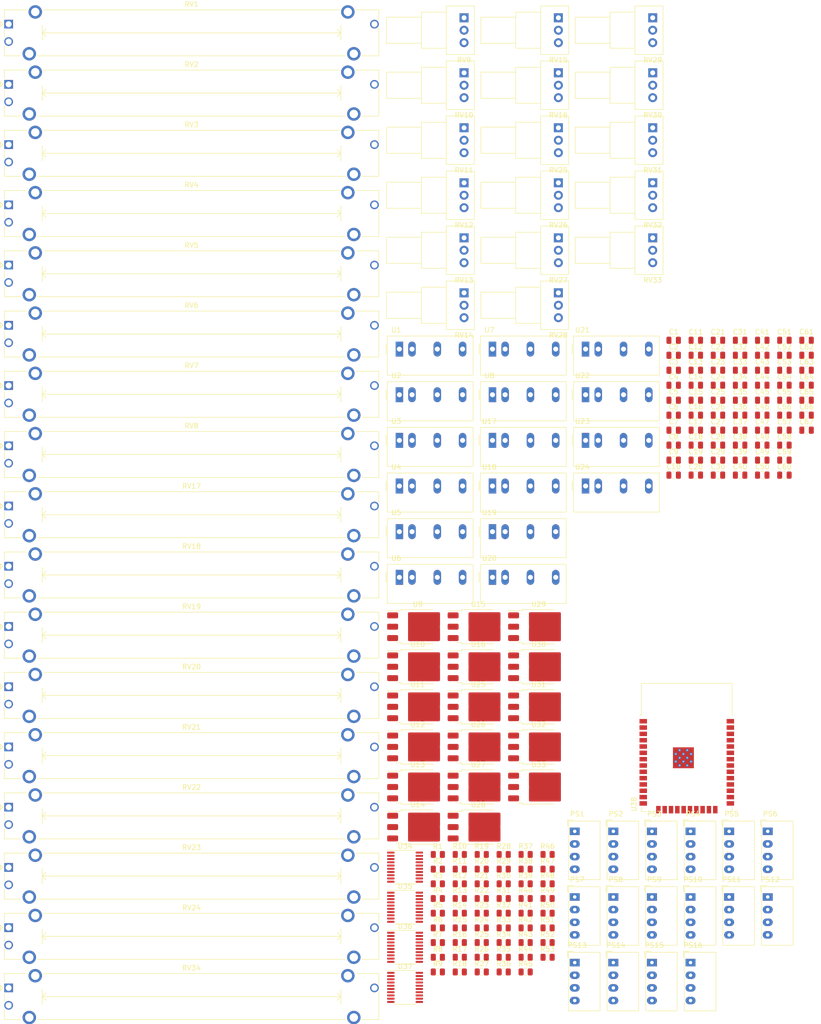
<source format=kicad_pcb>
(kicad_pcb (version 20221018) (generator pcbnew)
  (layers (0 "F.Cu" signal) (31 "B.Cu" signal) (34 "B.Paste" user) (35 "F.Paste" user) (36 "B.SilkS" user "B.Silkscreen") (37 "F.SilkS" user "F.Silkscreen") (38 "B.Mask" user) (39 "F.Mask" user) (44 "Edge.Cuts" user))
  (net 0 "")
  (net 1 "12V")
  (net 2 "GND")
  (net 3 "CT12")
  (net 4 "CT13")
  (net 5 "CT14")
  (net 6 "CT15")
  (net 7 "CT16")
  (net 8 "Net-(U11-VI)")
  (net 9 "CT7")
  (net 10 "CT6")
  (net 11 "Net-(U11-GND)")
  (net 12 "Net-(U12-GND)")
  (net 13 "CT8")
  (net 14 "CT5")
  (net 15 "CT4")
  (net 16 "Net-(U15-GND)")
  (net 17 "Net-(U16-GND)")
  (net 18 "CT11")
  (net 19 "CT10")
  (net 20 "CT9")
  (net 21 "CT3")
  (net 22 "CT2")
  (net 23 "CT1")
  (net 24 "Net-(U29-GND)")
  (net 25 "Net-(U30-GND)")
  (net 26 "Net-(U31-GND)")
  (net 27 "Net-(U32-GND)")
  (net 28 "Net-(U12-VI)")
  (net 29 "Net-(U13-VI)")
  (net 30 "Net-(U16-VI)")
  (net 31 "Net-(U15-VI)")
  (net 32 "Net-(U14-VI)")
  (net 33 "Net-(U9-VI)")
  (net 34 "Net-(U10-VI)")
  (net 35 "Net-(U9-GND)")
  (net 36 "Net-(U10-GND)")
  (net 37 "Net-(U13-GND)")
  (net 38 "Net-(U14-GND)")
  (net 39 "Net-(U27-VI)")
  (net 40 "Net-(U29-VI)")
  (net 41 "Net-(U30-VI)")
  (net 42 "Net-(U31-VI)")
  (net 43 "Net-(U32-VI)")
  (net 44 "CTREF")
  (net 45 "Net-(U28-VI)")
  (net 46 "Net-(U25-VI)")
  (net 47 "Net-(U26-VI)")
  (net 48 "Net-(U25-GND)")
  (net 49 "Net-(U26-GND)")
  (net 50 "Net-(U27-GND)")
  (net 51 "Net-(U28-GND)")
  (net 52 "Net-(U33-VI)")
  (net 53 "Net-(U33-VO)")
  (net 54 "Net-(PS1-+Vout)")
  (net 55 "Net-(PS2-+Vout)")
  (net 56 "Net-(PS3-+Vout)")
  (net 57 "Net-(PS4-+Vout)")
  (net 58 "Net-(PS5-+Vout)")
  (net 59 "Net-(PS6-+Vout)")
  (net 60 "Net-(PS7-+Vout)")
  (net 61 "Net-(PS8-+Vout)")
  (net 62 "Net-(PS9-+Vout)")
  (net 63 "Net-(PS10-+Vout)")
  (net 64 "Net-(PS11-+Vout)")
  (net 65 "Net-(PS12-+Vout)")
  (net 66 "Net-(PS13-+Vout)")
  (net 67 "Net-(PS14-+Vout)")
  (net 68 "Net-(PS15-+Vout)")
  (net 69 "TERMN+")
  (net 70 "Net-(R10-Pad2)")
  (net 71 "Net-(R12-Pad2)")
  (net 72 "Net-(R14-Pad2)")
  (net 73 "Net-(R16-Pad2)")
  (net 74 "Net-(R18-Pad2)")
  (net 75 "Net-(R20-Pad2)")
  (net 76 "Net-(R22-Pad2)")
  (net 77 "Net-(R24-Pad2)")
  (net 78 "Net-(R34-Pad2)")
  (net 79 "Net-(R36-Pad2)")
  (net 80 "Net-(R38-Pad2)")
  (net 81 "Net-(R40-Pad2)")
  (net 82 "Net-(R42-Pad2)")
  (net 83 "Net-(R44-Pad2)")
  (net 84 "Net-(R46-Pad2)")
  (net 85 "Net-(R48-Pad2)")
  (net 86 "Net-(R52-Pad2)")
  (net 87 "Net-(D2-K)")
  (net 88 "TEMP_NTC")
  (net 97 "SDA")
  (net 102 "SCL")
  (net 108 "VDD1")
  (net 144 "VDD2")
  (net 162 "VDD4")
  (net 163 "Net-(U38-GND-Pad1)")
  (net 175 "VDD3")
  (footprint "Package_TO_SOT_SMD:TO-252-3_TabPin2" (layer "F.Cu") (at 91.66 148.5)
    (fp_text reference "U12")
    (fp_text value "AMS1117CD-5.0")
  )
  (footprint "PCM_Potentiometer_THT_AKL:Potentiometer_Bourns_PTA6043_Single_Slide" (layer "F.Cu") (at 9.47 3.305)
    (fp_text reference "RV1")
    (fp_text value "R_Potentiometer" hide)
  )
  (footprint "Resistor_SMD:R_0805_2012Metric" (layer "F.Cu") (at 113.34 181.9)
    (fp_text reference "R41")
    (fp_text value "R_0805")
  )
  (footprint "Capacitor_SMD:C_0805_2012Metric" (layer "F.Cu") (at 165.33 72.83)
    (fp_text reference "C53")
    (fp_text value "C_0805")
  )
  (footprint "Capacitor_SMD:C_0805_2012Metric" (layer "F.Cu") (at 151.98 66.81)
    (fp_text reference "C21")
    (fp_text value "C_0805")
  )
  (footprint "Capacitor_SMD:C_0805_2012Metric" (layer "F.Cu") (at 165.33 66.81)
    (fp_text reference "C51")
    (fp_text value "C_0805")
  )
  (footprint "Potentiometer_THT:Potentiometer_Alps_RK09Y11_Single_Horizontal" (layer "F.Cu") (at 119.92 35.18)
    (fp_text reference "RV26")
    (fp_text value "R_Potentiometer_US")
  )
  (footprint "Resistor_SMD:R_0805_2012Metric" (layer "F.Cu") (at 100.11 193.7)
    (fp_text reference "R18")
    (fp_text value "R_0805")
  )
  (footprint "Capacitor_SMD:C_0805_2012Metric" (layer "F.Cu") (at 156.43 87.88)
    (fp_text reference "C38")
    (fp_text value "C_0805")
  )
  (footprint "Capacitor_SMD:C_0805_2012Metric" (layer "F.Cu") (at 147.53 93.9)
    (fp_text reference "C20")
    (fp_text value "C_0805")
  )
  (footprint "Resistor_SMD:R_0805_2012Metric" (layer "F.Cu") (at 100.11 187.8)
    (fp_text reference "R16")
    (fp_text value "R_0805")
  )
  (footprint "PCM_Potentiometer_THT_AKL:Potentiometer_Bourns_PTA6043_Single_Slide" (layer "F.Cu") (at 9.47 88.005)
    (fp_text reference "RV8")
    (fp_text value "R_Potentiometer" hide)
  )
  (footprint "Potentiometer_THT:Potentiometer_Alps_RK09Y11_Single_Horizontal" (layer "F.Cu") (at 100.97 24.13)
    (fp_text reference "RV11")
    (fp_text value "R_Potentiometer_US")
  )
  (footprint "Package_TO_SOT_SMD:TO-252-3_TabPin2" (layer "F.Cu") (at 103.81 124.35)
    (fp_text reference "U15")
    (fp_text value "AMS1117CD-5.0")
  )
  (footprint "Package_TO_SOT_SMD:TO-252-3_TabPin2" (layer "F.Cu") (at 103.81 164.6)
    (fp_text reference "U28")
    (fp_text value "AMS1117CD-5.0")
  )
  (footprint "Package_SO:TSSOP-20_4.4x6.5mm_P0.65mm" (layer "F.Cu") (at 89.12 196.8)
    (fp_text reference "U37")
    (fp_text value "AD5254")
  )
  (footprint "PCM_Potentiometer_THT_AKL:Potentiometer_Bourns_PTA6043_Single_Slide" (layer "F.Cu") (at 9.47 100.105)
    (fp_text reference "RV17")
    (fp_text value "R_Potentiometer" hide)
  )
  (footprint "Package_TO_SOT_SMD:TO-252-3_TabPin2" (layer "F.Cu") (at 91.66 124.35)
    (fp_text reference "U9")
    (fp_text value "AMS1117CD-5.0")
  )
  (footprint "Capacitor_SMD:C_0805_2012Metric" (layer "F.Cu") (at 143.08 75.84)
    (fp_text reference "C4")
    (fp_text value "C_0805")
  )
  (footprint "Capacitor_SMD:C_0805_2012Metric" (layer "F.Cu") (at 151.98 90.89)
    (fp_text reference "C29")
    (fp_text value "C_0805")
  )
  (footprint "Package_TO_SOT_SMD:TO-252-3_TabPin2" (layer "F.Cu") (at 91.66 140.45)
    (fp_text reference "U11")
    (fp_text value "AMS1117CD-5.0")
  )
  (footprint "Capacitor_SMD:C_0805_2012Metric" (layer "F.Cu") (at 156.43 81.86)
    (fp_text reference "C36")
    (fp_text value "C_0805")
  )
  (footprint "Potentiometer_THT:Potentiometer_Alps_RK09Y11_Single_Horizontal" (layer "F.Cu") (at 138.87 24.13)
    (fp_text reference "RV31")
    (fp_text value "R_Potentiometer_US")
  )
  (footprint "Package_TO_SOT_SMD:TO-252-3_TabPin2" (layer "F.Cu") (at 115.96 124.35)
    (fp_text reference "U29")
    (fp_text value "AMS1117CD-5.0")
  )
  (footprint "Capacitor_SMD:C_0805_2012Metric" (layer "F.Cu") (at 156.43 84.87)
    (fp_text reference "C37")
    (fp_text value "C_0805")
  )
  (footprint "Capacitor_SMD:C_0805_2012Metric" (layer "F.Cu") (at 143.08 69.82)
    (fp_text reference "C2")
    (fp_text value "C_0805")
  )
  (footprint "PCM_Potentiometer_THT_AKL:Potentiometer_Bourns_PTA6043_Single_Slide" (layer "F.Cu") (at 9.47 184.805)
    (fp_text reference "RV24")
    (fp_text value "R_Potentiometer" hide)
  )
  (footprint "Resistor_SMD:R_0805_2012Metric" (layer "F.Cu") (at 108.93 170.1)
    (fp_text reference "R28")
    (fp_text value "R_0805")
  )
  (footprint "Package_TO_SOT_SMD:TO-252-3_TabPin2" (layer "F.Cu") (at 91.66 132.4)
    (fp_text reference "U10")
    (fp_text value "AMS1117CD-5.0")
  )
  (footprint "RF_Module:ESP32-WROOM-32" (layer "F.Cu") (at 145.72 151.59)
    (fp_text reference "U38")
    (fp_text value "ESP32-WROOM-32")
  )
  (footprint "PCM_Potentiometer_THT_AKL:Potentiometer_Bourns_PTA6043_Single_Slide" (layer "F.Cu") (at 9.47 75.905)
    (fp_text reference "RV7")
    (fp_text value "R_Potentiometer" hide)
  )
  (footprint "Capacitor_SMD:C_0805_2012Metric" (layer "F.Cu") (at 160.88 81.86)
    (fp_text reference "C46")
    (fp_text value "C_0805")
  )
  (footprint "PCM_Potentiometer_THT_AKL:Potentiometer_Bourns_PTA6043_Single_Slide" (layer "F.Cu") (at 9.47 27.505)
    (fp_text reference "RV3")
    (fp_text value "R_Potentiometer" hide)
  )
  (footprint "Converter_DCDC:Converter_DCDC_TRACO_TMR-1-xxxx_Single_THT" (layer "F.Cu") (at 125.385 96.09)
    (fp_text reference "U24")
    (fp_text value "TMR_1-0513")
  )
  (footprint "Capacitor_SMD:C_0805_2012Metric" (layer "F.Cu") (at 147.53 75.84)
    (fp_text reference "C14")
    (fp_text value "C_0805")
  )
  (footprint "Resistor_SMD:R_0805_2012Metric" (layer "F.Cu") (at 95.7 187.8)
    (fp_text reference "R7")
    (fp_text value "R_0805")
  )
  (footprint "Resistor_SMD:R_0805_2012Metric" (layer "F.Cu") (at 104.52 170.1)
    (fp_text reference "R19")
    (fp_text value "R_0805")
  )
  (footprint "Resistor_SMD:R_0805_2012Metric" (layer "F.Cu") (at 104.52 181.9)
    (fp_text reference "R23")
    (fp_text value "R_0805")
  )
  (footprint "Converter_DCDC:Converter_DCDC_TRACO_TMR-1-xxxx_Single_THT" (layer "F.Cu") (at 106.68 68.58)
    (fp_text reference "U7")
    (fp_text value "TMR_1-0513")
  )
  (footprint "PCM_Potentiometer_THT_AKL:Potentiometer_Bourns_PTA6043_Single_Slide" (layer "F.Cu") (at 9.47 39.605)
    (fp_text reference "RV4")
    (fp_text value "R_Potentiometer" hide)
  )
  (footprint "Potentiometer_THT:Potentiometer_Alps_RK09Y11_Single_Horizontal" (layer "F.Cu") (at 138.87 13.08)
    (fp_text reference "RV30")
    (fp_text value "R_Potentiometer_US")
  )
  (footprint "Capacitor_SMD:C_0805_2012Metric" (layer "F.Cu") (at 143.08 72.83)
    (fp_text reference "C3")
    (fp_text value "C_0805")
  )
  (footprint "Potentiometer_THT:Potentiometer_Alps_RK09Y11_Single_Horizontal" (layer "F.Cu") (at 138.87 46.23)
    (fp_text reference "RV33")
    (fp_text value "R_Potentiometer_US")
  )
  (footprint "Converter_DCDC:Converter_DCDC_Murata_CRE1xxxxxxSC_THT" (layer "F.Cu") (at 138.715 191.825)
    (fp_text reference "PS15")
    (fp_text value "ITX4805SA")
  )
  (footprint "Converter_DCDC:Converter_DCDC_TRACO_TMR-1-xxxx_Single_THT" (layer "F.Cu") (at 87.975 77.75)
    (fp_text reference "U2")
    (fp_text value "TMR_1-0513")
  )
  (footprint "Resistor_SMD:R_0805_2012Metric" (layer "F.Cu") (at 113.34 176)
    (fp_text reference "R39")
    (fp_text value "R_0805")
  )
  (footprint "Potentiometer_THT:Potentiometer_Alps_RK09Y11_Single_Horizontal" (layer "F.Cu") (at 119.92 57.28)
    (fp_text reference "RV28")
    (fp_text value "R_Potentiometer_US")
  )
  (footprint "Package_SO:TSSOP-20_4.4x6.5mm_P0.65mm" (layer "F.Cu") (at 89.12 172.65)
    (fp_text reference "U34")
    (fp_text value "AD5254")
  )
  (footprint "Resistor_SMD:R_0805_2012Metric" (layer "F.Cu") (at 104.52 187.8)
    (fp_text reference "R25")
    (fp_text value "R_0805")
  )
  (footprint "Resistor_SMD:R_0805_2012Metric" (layer "F.Cu") (at 108.93 176)
    (fp_text reference "R30")
    (fp_text value "R_0805")
  )
  (footprint "Resistor_SMD:R_0805_2012Metric" (layer "F.Cu") (at 104.52 176)
    (fp_text reference "R21")
    (fp_text value "R_0805")
  )
  (footprint "Capacitor_SMD:C_0805_2012Metric" (layer "F.Cu") (at 156.43 93.9)
    (fp_text reference "C40")
    (fp_text value "C_0805")
  )
  (footprint "Package_TO_SOT_SMD:TO-252-3_TabPin2" (layer "F.Cu") (at 103.81 148.5)
    (fp_text reference "U26")
    (fp_text value "AMS1117CD-5.0")
  )
  (footprint "Converter_DCDC:Converter_DCDC_Murata_CRE1xxxxxxSC_THT" (layer "F.Cu") (at 146.47 178.64)
    (fp_text reference "PS10")
    (fp_text value "ITX4805SA")
  )
  (footprint "Converter_DCDC:Converter_DCDC_TRACO_TMR-1-xxxx_Single_THT" (layer "F.Cu") (at 106.68 77.75)
    (fp_text reference "U8")
    (fp_text value "TMR_1-0513")
  )
  (footprint "Resistor_SMD:R_0805_2012Metric" (layer "F.Cu") (at 100.11 181.9)
    (fp_text reference "R14")
    (fp_text value "R_0805")
  )
  (footprint "Converter_DCDC:Converter_DCDC_Murata_CRE1xxxxxxSC_THT" (layer "F.Cu") (at 130.96 178.64)
    (fp_text reference "PS8")
    (fp_text value "ITX4805SA")
  )
  (footprint "Resistor_SMD:R_0805_2012Metric" (layer "F.Cu") (at 104.52 173.05)
    (fp_text reference "R20")
    (fp_text value "R_0805")
  )
  (footprint "Resistor_SMD:R_0805_2012Metric" (layer "F.Cu") (at 117.75 178.95)
    (fp_text reference "R49")
    (fp_text value "R_0805")
  )
  (footprint "Package_SO:TSSOP-20_4.4x6.5mm_P0.65mm" (layer "F.Cu") (at 89.12 180.7)
    (fp_text reference "U35")
    (fp_text value "AD5254")
  )
  (footprint "Resistor_SMD:R_0805_2012Metric" (layer "F.Cu") (at 108.93 193.7)
    (fp_text reference "R36")
    (fp_text value "R_0805")
  )
  (footprint "PCM_Potentiometer_THT_AKL:Potentiometer_Bourns_PTA6043_Single_Slide" (layer "F.Cu") (at 9.47 160.605)
    (fp_text reference "RV22")
    (fp_text value "R_Potentiometer" hide)
  )
  (footprint "Resistor_SMD:R_0805_2012Metric" (layer "F.Cu") (at 95.7 170.1)
    (fp_text reference "R1")
    (fp_text value "R_0805")
  )
  (footprint "Package_TO_SOT_SMD:TO-252-3_TabPin2" (layer "F.Cu") (at 115.96 132.4)
    (fp_text reference "U30")
    (fp_text value "AMS1117CD-5.0")
  )
  (footprint "Converter_DCDC:Converter_DCDC_Murata_CRE1xxxxxxSC_THT" (layer "F.Cu") (at 161.98 165.455)
    (fp_text reference "PS6")
    (fp_text value "ITX4805SA")
  )
  (footprint "Resistor_SMD:R_0805_2012Metric" (layer "F.Cu") (at 95.7 181.9)
    (fp_text reference "R5")
    (fp_text value "R_0805")
  )
  (footprint "Capacitor_SMD:C_0805_2012Metric" (layer "F.Cu") (at 160.88 84.87)
    (fp_text reference "C47")
    (fp_text value "C_0805")
  )
  (footprint "Capacitor_SMD:C_0805_2012Metric" (layer "F.Cu") (at 165.33 90.89)
    (fp_text reference "C59")
    (fp_text value "C_0805")
  )
  (footprint "Converter_DCDC:Converter_DCDC_Murata_CRE1xxxxxxSC_THT" (layer "F.Cu") (at 123.205 165.455)
    (fp_text reference "PS1")
    (fp_text value "ITX4805SA")
  )
  (footprint "Capacitor_SMD:C_0805_2012Metric" (layer "F.Cu") (at 160.88 78.85)
    (fp_text reference "C45")
    (fp_text value "C_0805")
  )
  (footprint "Converter_DCDC:Converter_DCDC_Murata_CRE1xxxxxxSC_THT" (layer "F.Cu") (at 161.98 178.64)
    (fp_text reference "PS12")
    (fp_text value "ITX4805SA")
  )
  (footprint "Converter_DCDC:Converter_DCDC_Murata_CRE1xxxxxxSC_THT" (layer "F.Cu") (at 123.205 178.64)
    (fp_text reference "PS7")
    (fp_text value "ITX4805SA")
  )
  (footprint "Converter_DCDC:Converter_DCDC_Murata_CRE1xxxxxxSC_THT" (layer "F.Cu") (at 123.205 191.825)
    (fp_text reference "PS13")
    (fp_text value "ITX4805SA")
  )
  (footprint "Capacitor_SMD:C_0805_2012Metric" (layer "F.Cu") (at 147.53 81.86)
    (fp_text reference "C16")
    (fp_text value "C_0805")
  )
  (footprint "Capacitor_SMD:C_0805_2012Metric" (layer "F.Cu") (at 143.08 81.86)
    (fp_text reference "C6")
    (fp_text value "C_0805")
  )
  (footprint "Potentiometer_THT:Potentiometer_Alps_RK09Y11_Single_Horizontal" (layer "F.Cu") (at 100.97 13.08)
    (fp_text reference "RV10")
    (fp_text value "R_Potentiometer_US")
  )
  (footprint "Potentiometer_THT:Potentiometer_Alps_RK09Y11_Single_Horizontal" (layer "F.Cu") (at 119.92 24.13)
    (fp_text reference "RV25")
    (fp_text value "R_Potentiometer_US")
  )
  (footprint "Resistor_SMD:R_0805_2012Metric" (layer "F.Cu") (at 117.75 170.1)
    (fp_text reference "R46")
    (fp_text value "R_0805")
  )
  (footprint "Package_TO_SOT_SMD:TO-252-3_TabPin2" (layer "F.Cu") (at 103.81 132.4)
    (fp_text reference "U16")
    (fp_text value "AMS1117CD-5.0")
  )
  (footprint "Capacitor_SMD:C_0805_2012Metric" (layer "F.Cu") (at 147.53 84.87)
    (fp_text reference "C17")
    (fp_text value "C_0805")
  )
  (footprint "Capacitor_SMD:C_0805_2012Metric" (layer "F.Cu") (at 169.78 78.85)
    (fp_text reference "C65")
    (fp_text value "C_0805")
  )
  (footprint "Capacitor_SMD:C_0805_2012Metric" (layer "F.Cu") (at 156.43 78.85)
    (fp_text reference "C35")
    (fp_text value "C_0805")
  )
  (footprint "Resistor_SMD:R_0805_2012Metric" (layer "F.Cu") (at 100.11 176)
    (fp_text reference "R12")
    (fp_text value "R_0805")
  )
  (footprint "Capacitor_SMD:C_0805_2012Metric" (layer "F.Cu") (at 143.08 78.85)
    (fp_text reference "C5")
    (fp_text value "C_0805")
  )
  (footprint "Resistor_SMD:R_0805_2012Metric" (layer "F.Cu") (at 117.75 187.8)
    (fp_text reference "R52")
    (fp_text value "R_0805")
  )
  (footprint "Capacitor_SMD:C_0805_2012Metric" (layer "F.Cu") (at 169.78 66.81)
    (fp_text reference "C61")
    (fp_text value "C_0805")
  )
  (footprint "Converter_DCDC:Converter_DCDC_Murata_CRE1xxxxxxSC_THT" (layer "F.Cu") (at 138.715 178.64)
    (fp_text reference "PS9")
    (fp_text value "ITX4805SA")
  )
  (footprint "Resistor_SMD:R_0805_2012Metric" (layer "F.Cu") (at 117.75 190.75)
    (fp_text reference "R53")
    (fp_text value "R_0805")
  )
  (footprint "Capacitor_SMD:C_0805_2012Metric" (layer "F.Cu") (at 160.88 66.81)
    (fp_text reference "C41")
    (fp_text value "C_0805")
  )
  (footprint "Capacitor_SMD:C_0805_2012Metric" (layer "F.Cu") (at 156.43 90.89)
    (fp_text reference "C39")
    (fp_text value "C_0805")
  )
  (footprint "Potentiometer_THT:Potentiometer_Alps_RK09Y11_Single_Horizontal" (layer "F.Cu") (at 100.97 35.18)
    (fp_text reference "RV12")
    (fp_text value "R_Potentiometer_US")
  )
  (footprint "Converter_DCDC:Converter_DCDC_TRACO_TMR-1-xxxx_Single_THT" (layer "F.Cu") (at 106.68 86.92)
    (fp_text reference "U17")
    (fp_text value "TMR_1-0513")
  )
  (footprint "Converter_DCDC:Converter_DCDC_TRACO_TMR-1-xxxx_Single_THT" (layer "F.Cu") (at 106.68 114.43)
    (fp_text reference "U20")
    (fp_text value "TMR_1-0513")
  )
  (footprint "Capacitor_SMD:C_0805_2012Metric" (layer "F.Cu") (at 143.08 93.9)
    (fp_text reference "C10")
    (fp_text value "C_0805")
  )
  (footprint "Capacitor_SMD:C_0805_2012Metric" (layer "F.Cu") (at 147.53 69.82)
    (fp_text reference "C12")
    (fp_text value "C_0805")
  )
  (footprint "Capacitor_SMD:C_0805_2012Metric" (layer "F.Cu") (at 151.98 87.88)
    (fp_text reference "C28")
    (fp_text value "C_0805")
  )
  (footprint "Capacitor_SMD:C_0805_2012Metric" (layer "F.Cu") (at 143.08 90.89)
    (fp_text reference "C9")
    (fp_text value "C_0805")
  )
  (footprint "Capacitor_SMD:C_0805_2012Metric" (layer "F.Cu") (at 147.53 72.83)
    (fp_text reference "C13")
    (fp_text value "C_0805")
  )
  (footprint "Converter_DCDC:Converter_DCDC_Murata_CRE1xxxxxxSC_THT" (layer "F.Cu") (at 138.715 165.455)
    (fp_text reference "PS3")
    (fp_text value "ITX4805SA")
  )
  (footprint "Capacitor_SMD:C_0805_2012Metric" (layer "F.Cu") (at 156.43 72.83)
    (fp_text reference "C33")
    (fp_text value "C_0805")
  )
  (footprint "Converter_DCDC:Converter_DCDC_TRACO_TMR-1-xxxx_Single_THT" (layer "F.Cu") (at 87.975 68.58)
    (fp_text reference "U1")
    (fp_text value "TMR_1-0513")
  )
  (footprint "Resistor_SMD:R_0805_2012Metric" (layer "F.Cu") (at 95.7 190.75)
    (fp_text reference "R8")
    (fp_text value "R_0805")
  )
  (footprint "Package_TO_SOT_SMD:TO-252-3_TabPin2" (layer "F.Cu") (at 115.96 156.55)
    (fp_text reference "U33")
    (fp_text value "AMS1117CD-5.0")
  )
  (footprint "Capacitor_SMD:C_0805_2012Metric" (layer "F.Cu") (at 151.98 84.87)
    (fp_text reference "C27")
    (fp_text value "C_0805")
  )
  (footprint "Potentiometer_THT:Potentiometer_Alps_RK09Y11_Single_Horizontal" (layer "F.Cu") (at 119.92 46.23)
    (fp_text reference "RV27")
    (fp_text value "R_Potentiometer_US")
  )
  (footprint "Capacitor_SMD:C_0805_2012Metric" (layer "F.Cu") (at 160.88 69.82)
    (fp_text reference "C42")
    (fp_text value "C_0805")
  )
  (footprint "Capacitor_SMD:C_0805_2012Metric" (layer "F.Cu") (at 169.78 81.86)
    (fp_text reference "C66")
    (fp_text value "C_0805")
  )
  (footprint "Capacitor_SMD:C_0805_2012Metric" (layer "F.Cu") (at 143.08 66.81)
    (fp_text reference "C1")
    (fp_text value "C_0805")
  )
  (footprint "Capacitor_SMD:C_0805_2012Metric" (layer "F.Cu") (at 151.98 72.83)
    (fp_text reference "C23")
    (fp_text value "C_0805")
  )
  (footprint "Resistor_SMD:R_0805_2012Metric" (layer "F.Cu") (at 104.52 193.7)
    (fp_text reference "R27")
    (fp_text value "R_0805")
  )
  (footprint "Converter_DCDC:Converter_DCDC_Murata_CRE1xxxxxxSC_THT" (layer "F.Cu") (at 154.225 178.64)
    (fp_text reference "PS11")
    (fp_text value "ITX4805SA")
  )
  (footprint "Resistor_SMD:R_0805_2012Metric" (layer "F.Cu") (at 117.75 173.05)
    (fp_text reference "R47")
    (fp_text value "R_0805")
  )
  (footprint "PCM_Potentiometer_THT_AKL:Potentiometer_Bourns_PTA6043_Single_Slide" (layer "F.Cu") (at 9.47 136.405)
    (fp_text reference "RV20")
    (fp_text value "R_Potentiometer" hide)
  )
  (footprint "Resistor_SMD:R_0805_2012Metric" (layer "F.Cu") (at 113.34 173.05)
    (fp_text reference "R38")
    (fp_text value "R_0805")
  )
  (footprint "Resistor_SMD:R_0805_2012Metric" (layer "F.Cu") (at 113.34 178.95)
    (fp_text reference "R40")
    (fp_text value "R_0805")
  )
  (footprint "Capacitor_SMD:C_0805_2012Metric" (layer "F.Cu") (at 160.88 93.9)
    (fp_text reference "C50")
    (fp_text value "C_0805")
  )
  (footprint "Converter_DCDC:Converter_DCDC_TRACO_TMR-1-xxxx_Single_THT" (layer "F.Cu") (at 125.385 86.92)
    (fp_text reference "U23")
    (fp_text value "TMR_1-0513")
  )
  (footprint "Resistor_SMD:R_0805_2012Metric" (layer "F.Cu") (at 104.52 190.75)
    (fp_text reference "R26")
    (fp_text value "R_0805")
  )
  (footprint "Capacitor_SMD:C_0805_2012Metric" (layer "F.Cu") (at 151.98 75.84)
    (fp_text reference "C24")
    (fp_text value "C_0805")
  )
  (footprint "Capacitor_SMD:C_0805_2012Metric" (layer "F.Cu") (at 165.33 69.82)
    (fp_text reference "C52")
    (fp_text value "C_0805")
  )
  (footprint "Package_TO_SOT_SMD:TO-252-3_TabPin2" (layer "F.Cu") (at 103.81 156.55)
    (fp_text reference "U27")
    (fp_text value "AMS1117CD-5.0")
  )
  (footprint "Capacitor_SMD:C_0805_2012Metric" (layer "F.Cu") (at 151.98 93.9)
    (fp_text reference "C30")
    (fp_text value "C_0805")
  )
  (footprint "Resistor_SMD:R_0805_2012Metric" (layer "F.Cu") (at 113.34 190.75)
    (fp_text reference "R44")
    (fp_text value "R_0805")
  )
  (footprint "Capacitor_SMD:C_0805_2012Metric" (layer "F.Cu") (at 147.53 87.88)
    (fp_text reference "C18")
    (fp_text value "C_0805")
  )
  (footprint "Resistor_SMD:R_0805_2012Metric" (layer "F.Cu") (at 95.7 173.05)
    (fp_text reference "R2")
    (fp_text value "R_0805")
  )
  (footprint "Resistor_SMD:R_0805_2012Metric" (layer "F.Cu") (at 100.11 178.95)
    (fp_text reference "R13")
    (fp_text value "R_0805")
  )
  (footprint "Converter_DCDC:Converter_DCDC_TRACO_TMR-1-xxxx_Single_THT" (layer "F.Cu") (at 125.385 77.75)
    (fp_text reference "U22")
    (fp_text value "TMR_1-0513")
  )
  (footprint "PCM_Potentiometer_THT_AKL:Potentiometer_Bourns_PTA6043_Single_Slide" (layer "F.Cu") (at 9.47 15.405)
    (fp_text reference "RV2")
    (fp_text value "R_Potentiometer" hide)
  )
  (footprint "Package_TO_SOT_SMD:TO-252-3_TabPin2" (layer "F.Cu") (at 115.96 148.5)
    (fp_text reference "U32")
    (fp_text value "AMS1117CD-5.0")
  )
  (footprint "Converter_DCDC:Converter_DCDC_Murata_CRE1xxxxxxSC_THT" (layer "F.Cu") (at 146.47 191.825)
    (fp_text reference "PS16")
    (fp_text value "ITX4805SA")
  )
  (footprint "Resistor_SMD:R_0805_2012Metric" (layer "F.Cu") (at 108.93 187.8)
    (fp_text reference "R34")
    (fp_text value "R_0805")
  )
  (footprint "Capacitor_SMD:C_0805_2012Metric" (layer "F.Cu") (at 169.78 84.87)
    (fp_text reference "C67")
    (fp_text value "C_0805")
  )
  (footprint "Resistor_SMD:R_0805_2012Metric" (layer "F.Cu") (at 104.52 178.95)
    (fp_text reference "R22")
    (fp_text value "R_0805")
  )
  (footprint "Potentiometer_THT:Potentiometer_Alps_RK09Y11_Single_Horizontal" (layer "F.Cu") (at 119.92 13.08)
    (fp_text reference "RV16")
    (fp_text value "R_Potentiometer_US")
  )
  (footprint "Resistor_SMD:R_0805_2012Metric" (layer "F.Cu") (at 108.93 173.05)
    (fp_text reference "R29")
    (fp_text value "R_0805")
  )
  (footprint "Capacitor_SMD:C_0805_2012Metric" (layer "F.Cu") (at 160.88 90.89)
    (fp_text reference "C49")
    (fp_text value "C_0805")
  )
  (footprint "PCM_Potentiometer_THT_AKL:Potentiometer_Bourns_PTA6043_Single_Slide" (layer "F.Cu") (at 9.47 51.705)
    (fp_text reference "RV5")
    (fp_text value "R_Potentiometer" hide)
  )
  (footprint "Package_TO_SOT_SMD:TO-252-3_TabPin2" (layer "F.Cu") (at 91.66 164.6)
    (fp_text reference "U14")
    (fp_text value "AMS1117CD-5.0")
  )
  (footprint "Converter_DCDC:Converter_DCDC_Murata_CRE1xxxxxxSC_THT" (layer "F.Cu") (at 130.96 165.455)
    (fp_text reference "PS2")
    (fp_text value "ITX4805SA")
  )
  (footprint "Resistor_SMD:R_0805_2012Metric" (layer "F.Cu") (at 113.34 170.1)
    (fp_text reference "R37")
    (fp_text value "R_0805")
  )
  (footprint "Converter_DCDC:Converter_DCDC_Murata_CRE1xxxxxxSC_THT" (layer "F.Cu") (at 146.47 165.455)
    (fp_text reference "PS4")
    (fp_text value "ITX4805SA")
  )
  (footprint "Resistor_SMD:R_0805_2012Metric" (layer "F.Cu") (at 100.11 184.85)
    (fp_text reference "R15")
    (fp_text value "R_0805")
  )
  (footprint "Resistor_SMD:R_0805_2012Metric" (layer "F.Cu") (at 104.52 184.85)
    (fp_text reference "R24")
    (fp_text value "R_0805")
  )
  (footprint "Resistor_SMD:R_0805_2012Metric" (layer "F.Cu") (at 108.93 181.9)
    (fp_text reference "R32")
    (fp_text value "R_0805")
  )
  (footprint "Capacitor_SMD:C_0805_2012Metric" (layer "F.Cu") (at 143.08 84.87)
    (fp_text reference "C7")
    (fp_text value "C_0805")
  )
  (footprint "Capacitor_SMD:C_0805_2012Metric" (layer "F.Cu") (at 160.88 75.84)
    (fp_text reference "C44")
    (fp_text value "C_0805")
  )
  (footprint "Capacitor_SMD:C_0805_2012Metric" (layer "F.Cu") (at 147.53 66.81)
    (fp_text reference "C11")
    (fp_text value "C_0805")
  )
  (footprint "Converter_DCDC:Converter_DCDC_Murata_CRE1xxxxxxSC_THT" (layer "F.Cu") (at 154.225 165.455)
    (fp_text reference "PS5")
    (fp_text value "ITX4805SA")
  )
  (footprint "Capacitor_SMD:C_0805_2012Metric" (layer "F.Cu") (at 165.33 87.88)
    (fp_text reference "C58")
    (fp_text value "C_0805")
  )
  (footprint "Resistor_SMD:R_0805_2012Metric" (layer "F.Cu") (at 108.93 184.85)
    (fp_text reference "R33")
    (fp_text value "R_0805")
  )
  (footprint "Capacitor_SMD:C_0805_2012Metric" (layer "F.Cu") (at 165.33 75.84)
    (fp_text reference "C54")
    (fp_text value "C_0805")
  )
  (footprint "Converter_DCDC:Converter_DCDC_TRACO_TMR-1-xxxx_Single_THT" (layer "F.Cu") (at 125.385 68.58)
    (fp_text reference "U21")
    (fp_text value "TMR_1-0513")
  )
  (footprint "Capacitor_SMD:C_0805_2012Metric" (layer "F.Cu") (at 156.43 66.81)
    (fp_text reference "C31")
    (fp_text value "C_0805")
  )
  (footprint "Converter_DCDC:Converter_DCDC_TRACO_TMR-1-xxxx_Single_THT" (layer "F.Cu") (at 106.68 96.09)
    (fp_text reference "U18")
    (fp_text value "TMR_1-0513")
  )
  (footprint "Potentiometer_THT:Potentiometer_Alps_RK09Y11_Single_Horizontal" (layer "F.Cu") (at 100.97 46.23)
    (fp_text reference "RV13")
    (fp_text value "R_Potentiometer_US")
  )
  (footprint "PCM_Potentiometer_THT_AKL:Potentiometer_Bourns_PTA6043_Single_Slide" (layer "F.Cu") (at 9.47 63.805)
    (fp_text reference "RV6")
    (fp_text value "R_Potentiometer" hide)
  )
  (footprint "PCM_Potentiometer_THT_AKL:Potentiometer_Bourns_PTA6043_Single_Slide" (layer "F.Cu") (at 9.47 112.205)
    (fp_text reference "RV18")
    (fp_text value "R_Potentiometer" hide)
  )
  (footprint "Resistor_SMD:R_0805_2012Metric" (layer "F.Cu") (at 117.75 176)
    (fp_text reference "R48")
    (fp_text value "R_0805")
  )
  (footprint "Converter_DCDC:Converter_DCDC_TRACO_TMR-1-xxxx_Single_THT" (layer "F.Cu") (at 87.975 105.26)
    (fp_text reference "U5")
    (fp_text value "TMR_1-0513")
  )
  (footprint "Resistor_SMD:R_0805_2012Metric" (layer "F.Cu") (at 95.7 193.7)
    (fp_text reference "R9")
    (fp_text value "R_0805")
  )
  (footprint "Converter_DCDC:Converter_DCDC_TRACO_TMR-1-xxxx_Single_THT" (layer "F.Cu") (at 87.975 86.92)
    (fp_text reference "U3")
    (fp_text value "TMR_1-0513")
  )
  (footprint "Package_TO_SOT_SMD:TO-252-3_TabPin2" (layer "F.Cu") (at 103.81 140.45)
    (fp_text reference "U25")
    (fp_text value "AMS1117CD-5.0")
  )
  (footprint "Resistor_SMD:R_0805_2012Metric" (layer "F.Cu") (at 113.34 193.7)
    (fp_text reference "R45")
    (fp_text value "R_0805")
  )
  (footprint "Capacitor_SMD:C_0805_2012Metric" (layer "F.Cu") (at 160.88 72.83)
    (fp_text reference "C43")
    (fp_text value "C_0805")
  )
  (footprint "Capacitor_SMD:C_0805_2012Metric" (layer "F.Cu") (at 151.98 78.85)
    (fp_text reference "C25")
    (fp_text value "C_0805")
  )
  (footprint "Converter_DCDC:Converter_DCDC_TRACO_TMR-1-xxxx_Single_THT" (layer "F.Cu") (at 87.975 96.09)
    (fp_text reference "U4")
    (fp_text value "TMR_1-0513")
  )
  (footprint "Converter_DCDC:Converter_DCDC_TRACO_TMR-1-xxxx_Single_THT" (layer "F.Cu") (at 87.975 114.43)
    (fp_text reference "U6")
    (fp_text value "TMR_1-0513")
  )
  (footprint "PCM_Potentiometer_THT_AKL:Potentiometer_Bourns_PTA6043_Single_Slide" (layer "F.Cu") (at 9.47 148.505)
    (fp_text reference "RV21")
    (fp_text value "R_Potentiometer" hide)
  )
  (footprint "Resistor_SMD:R_0805_2012Metric" (layer "F.Cu") (at 108.93 178.95)
    (fp_text reference "R31")
    (fp_text value "R_0805")
  )
  (footprint "Resistor_SMD:R_0805_2012Metric" (layer "F.Cu") (at 95.7 184.85)
    (fp_text reference "R6")
    (fp_text value "R_0805")
  )
  (footprint "Capacitor_SMD:C_0805_2012Metric" (layer "F.Cu") (at 147.53 78.85)
    (fp_text reference "C15")
    (fp_text value "C_0805")
  )
  (footprint "Resistor_SMD:R_0805_2012Metric" (layer "F.Cu") (at 117.75 184.85)
    (fp_text reference "R51")
    (fp_text value "R_0805")
  )
  (footprint "PCM_Potentiometer_THT_AKL:Potentiometer_Bourns_PTA6043_Single_Slide" (layer "F.Cu") (at 9.47 124.305)
    (fp_text reference "RV19")
    (fp_text value "R_Potentiometer" hide)
  )
  (footprint "Converter_DCDC:Converter_DCDC_Murata_CRE1xxxxxxSC_THT" (layer "F.Cu") (at 130.96 191.825)
    (fp_text reference "PS14")
    (fp_text value "ITX4805SA")
  )
  (footprint "Package_TO_SOT_SMD:TO-252-3_TabPin2" (layer "F.Cu") (at 91.66 156.55)
    (fp_text reference "U13")
    (fp_text value "AMS1117CD-5.0")
  )
  (footprint "Capacitor_SMD:C_0805_2012Metric" (layer "F.Cu") (at 160.88 87.88)
    (fp_text reference "C48")
    (fp_text value "C_0805")
  )
  (footprint "Capacitor_SMD:C_0805_2012Metric" (layer "F.Cu") (at 156.43 69.82)
    (fp_text reference "C32")
    (fp_text value "C_0805")
  )
  (footprint "Potentiometer_THT:Potentiometer_Alps_RK09Y11_Single_Horizontal" (layer "F.Cu") (at 138.87 35.18)
    (fp_text reference "RV32")
    (fp_text value "R_Potentiometer_US")
  )
  (footprint "Resistor_SMD:R_0805_2012Metric" (layer "F.Cu") (at 100.11 190.75)
    (fp_text reference "R17")
    (fp_text value "R_0805")
  )
  (footprint "Potentiometer_THT:Potentiometer_Alps_RK09Y11_Single_Horizontal" (layer "F.Cu") (at 100.97 2.03)
    (fp_text reference "RV9")
    (fp_text value "R_Potentiometer_US")
  )
  (footprint "Resistor_SMD:R_0805_2012Metric" (layer "F.Cu") (at 113.34 187.8)
    (fp_text reference "R43")
    (fp_text value "R_0805")
  )
  (footprint "Capacitor_SMD:C_0805_2012Metric" (layer "F.Cu") (at 165.33 93.9)
    (fp_text reference "C60")
    (fp_text value "C_0805")
  )
  (footprint "Package_TO_SOT_SMD:TO-252-3_TabPin2" (layer "F.Cu") (at 115.96 140.45)
    (fp_text reference "U31")
    (fp_text value "AMS1117CD-5.0")
  )
  (footprint "Resistor_SMD:R_0805_2012Metric" (layer "F.Cu") (at 113.34 184.85)
    (fp_text reference "R42")
    (fp_text value "R_0805")
  )
  (footprint "Resistor_SMD:R_0805_2012Metric" (layer "F.Cu") (at 117.75 181.9)
    (fp_text reference "R50")
    (fp_text value "R_0805")
  )
  (footprint "Potentiometer_THT:Potentiometer_Alps_RK09Y11_Single_Horizontal" (layer "F.Cu") (at 100.97 57.28)
    (fp_text reference "RV14")
    (fp_text value "R_Potentiometer_US")
  )
  (footprint "Resistor_SMD:R_0805_2012Metric" (layer "F.Cu") (at 108.93 190.75)
    (fp_text reference "R35")
    (fp_text value "R_0805")
  )
  (footprint "Converter_DCDC:Converter_DCDC_TRACO_TMR-1-xxxx_Single_THT" (layer "F.Cu") (at 106.68 105.26)
    (fp_text reference "U19")
    (fp_text value "TMR_1-0513")
  )
  (footprint "Capacitor_SMD:C_0805_2012Metric" (layer "F.Cu") (at 169.78 69.82)
    (fp_text reference "C62")
    (fp_text value "C_0805")
  )
  (footprint "Capacitor_SMD:C_0805_2012Metric" (layer "F.Cu") (at 156.43 75.84)
    (fp_text reference "C34")
    (fp_text value "C_0805")
  )
  (footprint "Potentiometer_THT:Potentiometer_Alps_RK09Y11_Single_Horizontal" (layer "F.Cu") (at 119.92 2.03)
    (fp_text reference "RV15")
    (fp_text value "R_Potentiometer_US")
  )
  (footprint "PCM_Potentiometer_THT_AKL:Potentiometer_Bourns_PTA6043_Single_Slide" (layer "F.Cu") (at 9.47 196.905)
    (fp_text reference "RV34")
    (fp_text value "R_Potentiometer" hide)
  )
  (footprint "Capacitor_SMD:C_0805_2012Metric" (layer "F.Cu") (at 169.78 72.83)
    (fp_text reference "C63")
    (fp_text value "C_0805")
  )
  (footprint "Capacitor_SMD:C_0805_2012Metric" (layer "F.Cu") (at 165.33 78.85)
    (fp_text reference "C55")
    (fp_text value "C_0805")
  )
  (footprint "Resistor_SMD:R_0805_2012Metric" (layer "F.Cu") (at 95.7 178.95)
    (fp_text reference "R4")
    (fp_text value "R_0805")
  )
  (footprint "Capacitor_SMD:C_0805_2012Metric" (layer "F.Cu") (at 151.98 81.86)
    (fp_text reference "C26")
    (fp_text value "C_0805")
  )
  (footprint "Package_SO:TSSOP-20_4.4x6.5mm_P0.65mm" (layer "F.Cu") (at 89.12 188.75)
    (fp_text reference "U36")
    (fp_text value "AD5254")
  )
  (footprint "Potentiometer_THT:Potentiometer_Alps_RK09Y11_Single_Horizontal" (layer "F.Cu") (at 138.87 2.03)
    (fp_text reference "RV29")
    (fp_text value "R_Potentiometer_US")
  )
  (footprint "Capacitor_SMD:C_0805_2012Metric" (layer "F.Cu") (at 165.33 81.86)
    (fp_text reference "C56")
    (fp_text value "C_0805")
  )
  (footprint "Capacitor_SMD:C_0805_2012Metric" (layer "F.Cu") (at 165.33 84.87)
    (fp_text reference "C57")
    (fp_text value "C_0805")
  )
  (footprint "Resistor_SMD:R_0805_2012Metric" (layer "F.Cu") (at 95.7 176)
    (fp_text reference "R3")
    (fp_text value "R_0805")
  )
  (footprint "Capacitor_SMD:C_0805_2012Metric" (layer "F.Cu") (at 143.08 87.88)
    (fp_text reference "C8")
    (fp_text value "C_0805")
  )
  (footprint "Capacitor_SMD:C_0805_2012Metric" (layer "F.Cu") (at 151.98 69.82)
    (fp_text reference "C22")
    (fp_text value "C_0805")
  )
  (footprint "PCM_Potentiometer_THT_AKL:Potentiometer_Bourns_PTA6043_Single_Slide" (layer "F.Cu") (at 9.47 172.705)
    (fp_text reference "RV23")
    (fp_text value "R_Potentiometer" hide)
  )
  (footprint "Capacitor_SMD:C_0805_2012Metric" (layer "F.Cu") (at 147.53 90.89)
    (fp_text reference "C19")
    (fp_text value "C_0805")
  )
  (footprint "Resistor_SMD:R_0805_2012Metric" (layer "F.Cu") (at 100.11 173.05)
    (fp_text reference "R11")
    (fp_text value "R_0805")
  )
  (footprint "Resistor_SMD:R_0805_2012Metric" (layer "F.Cu") (at 100.11 170.1)
    (fp_text reference "R10")
    (fp_text value "R_0805")
  )
  (footprint "Capacitor_SMD:C_0805_2012Metric" (layer "F.Cu") (at 169.78 75.84)
    (fp_text reference "C64")
    (fp_text value "C_0805")
  )
)
</source>
